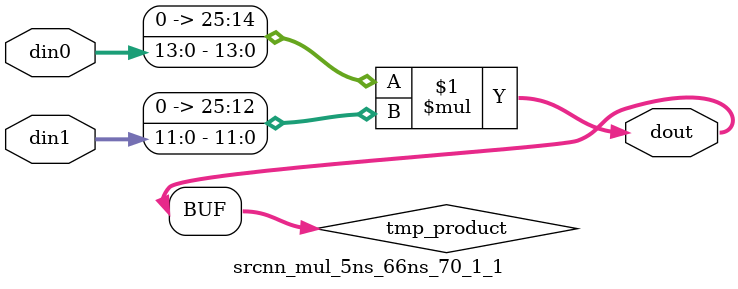
<source format=v>

`timescale 1 ns / 1 ps

  module srcnn_mul_5ns_66ns_70_1_1(din0, din1, dout);
parameter ID = 1;
parameter NUM_STAGE = 0;
parameter din0_WIDTH = 14;
parameter din1_WIDTH = 12;
parameter dout_WIDTH = 26;

input [din0_WIDTH - 1 : 0] din0; 
input [din1_WIDTH - 1 : 0] din1; 
output [dout_WIDTH - 1 : 0] dout;

wire signed [dout_WIDTH - 1 : 0] tmp_product;










assign tmp_product = $signed({1'b0, din0}) * $signed({1'b0, din1});











assign dout = tmp_product;







endmodule

</source>
